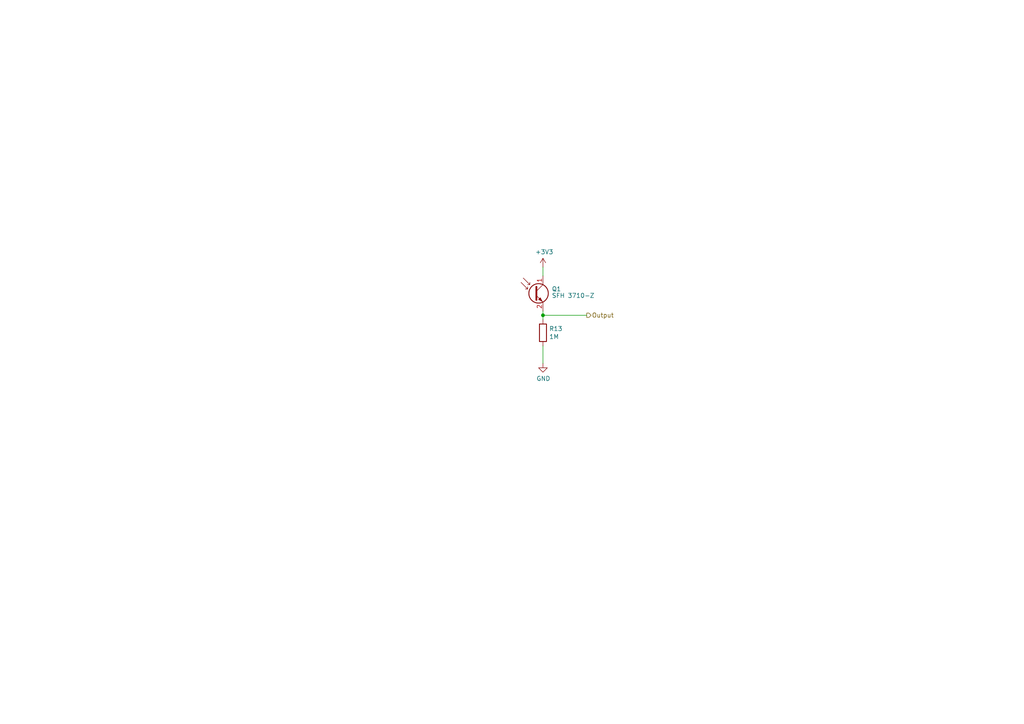
<source format=kicad_sch>
(kicad_sch (version 20211123) (generator eeschema)
  (paper "A4")
  (lib_symbols
    (symbol "Device:Q_Photo_NPN" (pin_names (offset 0) hide)
      (property "Reference" "Q" (at 5.08 1.27 0))
      (property "Value" "Device_Q_Photo_NPN" (at 5.08 -1.27 0))
      (symbol "Q_Photo_NPN_0_1"
        (polyline (pts (xy -1.905 1.27) (xy -2.54 1.27)))
        (polyline (pts (xy -1.27 2.54) (xy -1.905 2.54)))
        (polyline (pts (xy 0.635 0.635) (xy 2.54 2.54)))
        (polyline (pts (xy -3.81 3.175) (xy -1.905 1.27) (xy -1.905 1.905)))
        (polyline (pts (xy -3.175 4.445) (xy -1.27 2.54) (xy -1.27 3.175)))
        (polyline (pts (xy 0.635 -0.635) (xy 2.54 -2.54) (xy 2.54 -2.54)))
        (polyline (pts (xy 0.635 1.905) (xy 0.635 -1.905) (xy 0.635 -1.905)) (stroke (width 0.508)))
        (polyline (pts (xy 1.27 -1.778) (xy 1.778 -1.27) (xy 2.286 -2.286) (xy 1.27 -1.778) (xy 1.27 -1.778)) (fill (type outline)))
        (circle (center 1.27 0) (radius 2.8194) (stroke (width 0.254)))
      )
      (symbol "Q_Photo_NPN_1_1"
        (pin passive line (at 2.54 5.08 270) (length 2.54) (name "C") (number "1"))
        (pin passive line (at 2.54 -5.08 90) (length 2.54) (name "E") (number "2"))
      )
    )
    (symbol "Device:R" (pin_numbers hide) (pin_names (offset 0))
      (property "Reference" "R" (at 2.032 0 90))
      (property "Value" "Device_R" (at 0 0 90))
      (symbol "R_0_1"
        (rectangle (start -1.016 -2.54) (end 1.016 2.54) (stroke (width 0.254)))
      )
      (symbol "R_1_1"
        (pin passive line (at 0 3.81 270) (length 1.27) (name "~") (number "1"))
        (pin passive line (at 0 -3.81 90) (length 1.27) (name "~") (number "2"))
      )
    )
    (symbol "power:+3.3V" (power) (pin_names (offset 0))
      (property "Value" "power_+3.3V" (at 0 3.556 0))
      (symbol "+3.3V_0_1"
        (polyline (pts (xy -0.762 1.27) (xy 0 2.54)))
        (polyline (pts (xy 0 0) (xy 0 2.54)))
        (polyline (pts (xy 0 2.54) (xy 0.762 1.27)))
      )
      (symbol "+3.3V_1_1"
        (pin power_in line (at 0 0 90) (length 0) hide (name "+3V3") (number "1"))
      )
    )
    (symbol "power:GND" (power) (pin_names (offset 0))
      (property "Value" "power_GND" (at 0 -3.81 0))
      (symbol "GND_0_1"
        (polyline (pts (xy 0 0) (xy 0 -1.27) (xy 1.27 -1.27) (xy 0 -2.54) (xy -1.27 -1.27) (xy 0 -1.27)))
      )
      (symbol "GND_1_1"
        (pin power_in line (at 0 0 270) (length 0) hide (name "GND") (number "1"))
      )
    )
  )
  (junction (at 157.48 91.44))
  (wire (pts (xy 157.48 100.33) (xy 157.48 105.41)))
  (wire (pts (xy 170.18 91.44) (xy 157.48 91.44)))
  (wire (pts (xy 157.48 77.47) (xy 157.48 80.01)))
  (wire (pts (xy 157.48 90.17) (xy 157.48 91.44)))
  (wire (pts (xy 157.48 91.44) (xy 157.48 92.71)))
  (hierarchical_label "Output" (shape output) (at 170.18 91.44 0))
  (symbol (lib_id "Device:Q_Photo_NPN") (at 154.94 85.09 0) (unit 1)
    (property "Reference" "Q1" (at 160.02 83.82 0) (effects (justify left)))
    (property "Value" "SFH 3710-Z" (at 160.02 85.725 0) (effects (justify left)))
    (property "Footprint" "Footprints:SFH3710" (effects hide))
    (property "Datasheet" "https://www.osram.com/media/resource/hires/osram-dam-5961394/SFH+3710_EN.pdf" (effects hide))
    (property "Manufacturer" "Osram" (effects hide))
    (property "MPN" "SFH 3710-Z" (effects hide))
  )
  (symbol (lib_id "Device:R") (at 157.48 96.52 0) (unit 1)
    (property "Reference" "R13" (at 159.258 95.3516 0) (effects (justify left)))
    (property "Value" "1M" (at 159.258 97.663 0) (effects (justify left)))
    (property "Footprint" "Resistor_SMD:R_0402_1005Metric" (effects hide))
  )
  (symbol (lib_id "power:+3.3V") (at 157.48 77.47 0) (unit 1)
    (property "Reference" "#PWR082" (effects hide))
    (property "Value" "+3.3V" (at 157.861 73.0758 0))
  )
  (symbol (lib_id "power:GND") (at 157.48 105.41 0) (unit 1)
    (property "Reference" "#PWR083" (effects hide))
    (property "Value" "GND" (at 157.607 109.8042 0))
  )
)
</source>
